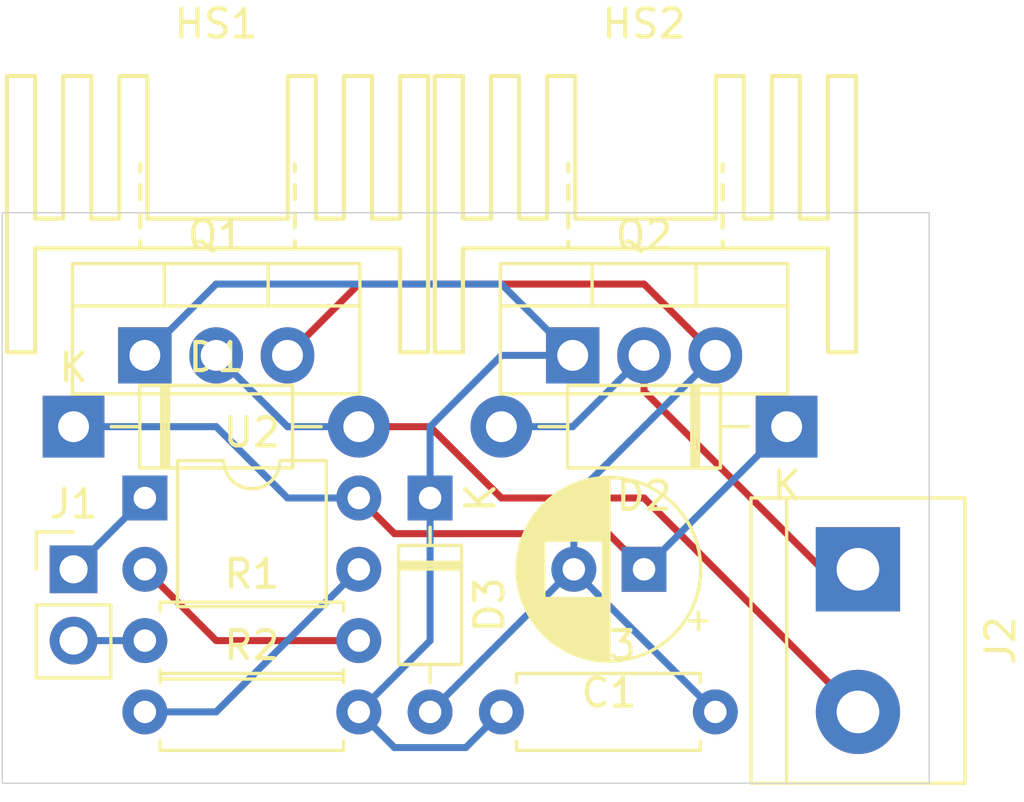
<source format=kicad_pcb>
(kicad_pcb (version 20171130) (host pcbnew "(5.1.4)-1")

  (general
    (thickness 1.6)
    (drawings 4)
    (tracks 44)
    (zones 0)
    (modules 14)
    (nets 10)
  )

  (page A4)
  (layers
    (0 F.Cu signal)
    (31 B.Cu signal)
    (32 B.Adhes user)
    (33 F.Adhes user)
    (34 B.Paste user)
    (35 F.Paste user)
    (36 B.SilkS user)
    (37 F.SilkS user)
    (38 B.Mask user)
    (39 F.Mask user)
    (40 Dwgs.User user)
    (41 Cmts.User user)
    (42 Eco1.User user)
    (43 Eco2.User user)
    (44 Edge.Cuts user)
    (45 Margin user)
    (46 B.CrtYd user)
    (47 F.CrtYd user)
    (48 B.Fab user)
    (49 F.Fab user)
  )

  (setup
    (last_trace_width 0.25)
    (trace_clearance 0.2)
    (zone_clearance 0.508)
    (zone_45_only no)
    (trace_min 0.2)
    (via_size 0.8)
    (via_drill 0.4)
    (via_min_size 0.4)
    (via_min_drill 0.3)
    (uvia_size 0.3)
    (uvia_drill 0.1)
    (uvias_allowed no)
    (uvia_min_size 0.2)
    (uvia_min_drill 0.1)
    (edge_width 0.05)
    (segment_width 0.2)
    (pcb_text_width 0.3)
    (pcb_text_size 1.5 1.5)
    (mod_edge_width 0.12)
    (mod_text_size 1 1)
    (mod_text_width 0.15)
    (pad_size 1.524 1.524)
    (pad_drill 0.762)
    (pad_to_mask_clearance 0.051)
    (solder_mask_min_width 0.25)
    (aux_axis_origin 0 0)
    (visible_elements 7FFFFFFF)
    (pcbplotparams
      (layerselection 0x010fc_ffffffff)
      (usegerberextensions false)
      (usegerberattributes false)
      (usegerberadvancedattributes false)
      (creategerberjobfile false)
      (excludeedgelayer true)
      (linewidth 0.100000)
      (plotframeref false)
      (viasonmask false)
      (mode 1)
      (useauxorigin false)
      (hpglpennumber 1)
      (hpglpenspeed 20)
      (hpglpendiameter 15.000000)
      (psnegative false)
      (psa4output false)
      (plotreference true)
      (plotvalue true)
      (plotinvisibletext false)
      (padsonsilk false)
      (subtractmaskfromsilk false)
      (outputformat 1)
      (mirror false)
      (drillshape 1)
      (scaleselection 1)
      (outputdirectory ""))
  )

  (net 0 "")
  (net 1 "Net-(R1-Pad2)")
  (net 2 "Net-(C1-Pad2)")
  (net 3 "Net-(C1-Pad1)")
  (net 4 /Output1)
  (net 5 /Output2)
  (net 6 "Net-(D3-Pad1)")
  (net 7 /Input-)
  (net 8 /Input+)
  (net 9 "Net-(R2-Pad1)")

  (net_class Default "This is the default net class."
    (clearance 0.2)
    (trace_width 0.25)
    (via_dia 0.8)
    (via_drill 0.4)
    (uvia_dia 0.3)
    (uvia_drill 0.1)
    (add_net /Input+)
    (add_net /Input-)
    (add_net /Output1)
    (add_net /Output2)
    (add_net "Net-(C1-Pad1)")
    (add_net "Net-(C1-Pad2)")
    (add_net "Net-(D3-Pad1)")
    (add_net "Net-(R1-Pad2)")
    (add_net "Net-(R2-Pad1)")
  )

  (module Capacitor_THT:CP_Radial_D6.3mm_P2.50mm (layer F.Cu) (tedit 5AE50EF0) (tstamp 5F2A5D9F)
    (at 81.28 55.88 180)
    (descr "CP, Radial series, Radial, pin pitch=2.50mm, , diameter=6.3mm, Electrolytic Capacitor")
    (tags "CP Radial series Radial pin pitch 2.50mm  diameter 6.3mm Electrolytic Capacitor")
    (path /5F54C315)
    (fp_text reference C1 (at 1.25 -4.4) (layer F.SilkS)
      (effects (font (size 1 1) (thickness 0.15)))
    )
    (fp_text value 100uF (at 1.25 4.4) (layer F.Fab)
      (effects (font (size 1 1) (thickness 0.15)))
    )
    (fp_text user %R (at 1.25 0) (layer F.Fab)
      (effects (font (size 1 1) (thickness 0.15)))
    )
    (fp_line (start -1.935241 -2.154) (end -1.935241 -1.524) (layer F.SilkS) (width 0.12))
    (fp_line (start -2.250241 -1.839) (end -1.620241 -1.839) (layer F.SilkS) (width 0.12))
    (fp_line (start 4.491 -0.402) (end 4.491 0.402) (layer F.SilkS) (width 0.12))
    (fp_line (start 4.451 -0.633) (end 4.451 0.633) (layer F.SilkS) (width 0.12))
    (fp_line (start 4.411 -0.802) (end 4.411 0.802) (layer F.SilkS) (width 0.12))
    (fp_line (start 4.371 -0.94) (end 4.371 0.94) (layer F.SilkS) (width 0.12))
    (fp_line (start 4.331 -1.059) (end 4.331 1.059) (layer F.SilkS) (width 0.12))
    (fp_line (start 4.291 -1.165) (end 4.291 1.165) (layer F.SilkS) (width 0.12))
    (fp_line (start 4.251 -1.262) (end 4.251 1.262) (layer F.SilkS) (width 0.12))
    (fp_line (start 4.211 -1.35) (end 4.211 1.35) (layer F.SilkS) (width 0.12))
    (fp_line (start 4.171 -1.432) (end 4.171 1.432) (layer F.SilkS) (width 0.12))
    (fp_line (start 4.131 -1.509) (end 4.131 1.509) (layer F.SilkS) (width 0.12))
    (fp_line (start 4.091 -1.581) (end 4.091 1.581) (layer F.SilkS) (width 0.12))
    (fp_line (start 4.051 -1.65) (end 4.051 1.65) (layer F.SilkS) (width 0.12))
    (fp_line (start 4.011 -1.714) (end 4.011 1.714) (layer F.SilkS) (width 0.12))
    (fp_line (start 3.971 -1.776) (end 3.971 1.776) (layer F.SilkS) (width 0.12))
    (fp_line (start 3.931 -1.834) (end 3.931 1.834) (layer F.SilkS) (width 0.12))
    (fp_line (start 3.891 -1.89) (end 3.891 1.89) (layer F.SilkS) (width 0.12))
    (fp_line (start 3.851 -1.944) (end 3.851 1.944) (layer F.SilkS) (width 0.12))
    (fp_line (start 3.811 -1.995) (end 3.811 1.995) (layer F.SilkS) (width 0.12))
    (fp_line (start 3.771 -2.044) (end 3.771 2.044) (layer F.SilkS) (width 0.12))
    (fp_line (start 3.731 -2.092) (end 3.731 2.092) (layer F.SilkS) (width 0.12))
    (fp_line (start 3.691 -2.137) (end 3.691 2.137) (layer F.SilkS) (width 0.12))
    (fp_line (start 3.651 -2.182) (end 3.651 2.182) (layer F.SilkS) (width 0.12))
    (fp_line (start 3.611 -2.224) (end 3.611 2.224) (layer F.SilkS) (width 0.12))
    (fp_line (start 3.571 -2.265) (end 3.571 2.265) (layer F.SilkS) (width 0.12))
    (fp_line (start 3.531 1.04) (end 3.531 2.305) (layer F.SilkS) (width 0.12))
    (fp_line (start 3.531 -2.305) (end 3.531 -1.04) (layer F.SilkS) (width 0.12))
    (fp_line (start 3.491 1.04) (end 3.491 2.343) (layer F.SilkS) (width 0.12))
    (fp_line (start 3.491 -2.343) (end 3.491 -1.04) (layer F.SilkS) (width 0.12))
    (fp_line (start 3.451 1.04) (end 3.451 2.38) (layer F.SilkS) (width 0.12))
    (fp_line (start 3.451 -2.38) (end 3.451 -1.04) (layer F.SilkS) (width 0.12))
    (fp_line (start 3.411 1.04) (end 3.411 2.416) (layer F.SilkS) (width 0.12))
    (fp_line (start 3.411 -2.416) (end 3.411 -1.04) (layer F.SilkS) (width 0.12))
    (fp_line (start 3.371 1.04) (end 3.371 2.45) (layer F.SilkS) (width 0.12))
    (fp_line (start 3.371 -2.45) (end 3.371 -1.04) (layer F.SilkS) (width 0.12))
    (fp_line (start 3.331 1.04) (end 3.331 2.484) (layer F.SilkS) (width 0.12))
    (fp_line (start 3.331 -2.484) (end 3.331 -1.04) (layer F.SilkS) (width 0.12))
    (fp_line (start 3.291 1.04) (end 3.291 2.516) (layer F.SilkS) (width 0.12))
    (fp_line (start 3.291 -2.516) (end 3.291 -1.04) (layer F.SilkS) (width 0.12))
    (fp_line (start 3.251 1.04) (end 3.251 2.548) (layer F.SilkS) (width 0.12))
    (fp_line (start 3.251 -2.548) (end 3.251 -1.04) (layer F.SilkS) (width 0.12))
    (fp_line (start 3.211 1.04) (end 3.211 2.578) (layer F.SilkS) (width 0.12))
    (fp_line (start 3.211 -2.578) (end 3.211 -1.04) (layer F.SilkS) (width 0.12))
    (fp_line (start 3.171 1.04) (end 3.171 2.607) (layer F.SilkS) (width 0.12))
    (fp_line (start 3.171 -2.607) (end 3.171 -1.04) (layer F.SilkS) (width 0.12))
    (fp_line (start 3.131 1.04) (end 3.131 2.636) (layer F.SilkS) (width 0.12))
    (fp_line (start 3.131 -2.636) (end 3.131 -1.04) (layer F.SilkS) (width 0.12))
    (fp_line (start 3.091 1.04) (end 3.091 2.664) (layer F.SilkS) (width 0.12))
    (fp_line (start 3.091 -2.664) (end 3.091 -1.04) (layer F.SilkS) (width 0.12))
    (fp_line (start 3.051 1.04) (end 3.051 2.69) (layer F.SilkS) (width 0.12))
    (fp_line (start 3.051 -2.69) (end 3.051 -1.04) (layer F.SilkS) (width 0.12))
    (fp_line (start 3.011 1.04) (end 3.011 2.716) (layer F.SilkS) (width 0.12))
    (fp_line (start 3.011 -2.716) (end 3.011 -1.04) (layer F.SilkS) (width 0.12))
    (fp_line (start 2.971 1.04) (end 2.971 2.742) (layer F.SilkS) (width 0.12))
    (fp_line (start 2.971 -2.742) (end 2.971 -1.04) (layer F.SilkS) (width 0.12))
    (fp_line (start 2.931 1.04) (end 2.931 2.766) (layer F.SilkS) (width 0.12))
    (fp_line (start 2.931 -2.766) (end 2.931 -1.04) (layer F.SilkS) (width 0.12))
    (fp_line (start 2.891 1.04) (end 2.891 2.79) (layer F.SilkS) (width 0.12))
    (fp_line (start 2.891 -2.79) (end 2.891 -1.04) (layer F.SilkS) (width 0.12))
    (fp_line (start 2.851 1.04) (end 2.851 2.812) (layer F.SilkS) (width 0.12))
    (fp_line (start 2.851 -2.812) (end 2.851 -1.04) (layer F.SilkS) (width 0.12))
    (fp_line (start 2.811 1.04) (end 2.811 2.834) (layer F.SilkS) (width 0.12))
    (fp_line (start 2.811 -2.834) (end 2.811 -1.04) (layer F.SilkS) (width 0.12))
    (fp_line (start 2.771 1.04) (end 2.771 2.856) (layer F.SilkS) (width 0.12))
    (fp_line (start 2.771 -2.856) (end 2.771 -1.04) (layer F.SilkS) (width 0.12))
    (fp_line (start 2.731 1.04) (end 2.731 2.876) (layer F.SilkS) (width 0.12))
    (fp_line (start 2.731 -2.876) (end 2.731 -1.04) (layer F.SilkS) (width 0.12))
    (fp_line (start 2.691 1.04) (end 2.691 2.896) (layer F.SilkS) (width 0.12))
    (fp_line (start 2.691 -2.896) (end 2.691 -1.04) (layer F.SilkS) (width 0.12))
    (fp_line (start 2.651 1.04) (end 2.651 2.916) (layer F.SilkS) (width 0.12))
    (fp_line (start 2.651 -2.916) (end 2.651 -1.04) (layer F.SilkS) (width 0.12))
    (fp_line (start 2.611 1.04) (end 2.611 2.934) (layer F.SilkS) (width 0.12))
    (fp_line (start 2.611 -2.934) (end 2.611 -1.04) (layer F.SilkS) (width 0.12))
    (fp_line (start 2.571 1.04) (end 2.571 2.952) (layer F.SilkS) (width 0.12))
    (fp_line (start 2.571 -2.952) (end 2.571 -1.04) (layer F.SilkS) (width 0.12))
    (fp_line (start 2.531 1.04) (end 2.531 2.97) (layer F.SilkS) (width 0.12))
    (fp_line (start 2.531 -2.97) (end 2.531 -1.04) (layer F.SilkS) (width 0.12))
    (fp_line (start 2.491 1.04) (end 2.491 2.986) (layer F.SilkS) (width 0.12))
    (fp_line (start 2.491 -2.986) (end 2.491 -1.04) (layer F.SilkS) (width 0.12))
    (fp_line (start 2.451 1.04) (end 2.451 3.002) (layer F.SilkS) (width 0.12))
    (fp_line (start 2.451 -3.002) (end 2.451 -1.04) (layer F.SilkS) (width 0.12))
    (fp_line (start 2.411 1.04) (end 2.411 3.018) (layer F.SilkS) (width 0.12))
    (fp_line (start 2.411 -3.018) (end 2.411 -1.04) (layer F.SilkS) (width 0.12))
    (fp_line (start 2.371 1.04) (end 2.371 3.033) (layer F.SilkS) (width 0.12))
    (fp_line (start 2.371 -3.033) (end 2.371 -1.04) (layer F.SilkS) (width 0.12))
    (fp_line (start 2.331 1.04) (end 2.331 3.047) (layer F.SilkS) (width 0.12))
    (fp_line (start 2.331 -3.047) (end 2.331 -1.04) (layer F.SilkS) (width 0.12))
    (fp_line (start 2.291 1.04) (end 2.291 3.061) (layer F.SilkS) (width 0.12))
    (fp_line (start 2.291 -3.061) (end 2.291 -1.04) (layer F.SilkS) (width 0.12))
    (fp_line (start 2.251 1.04) (end 2.251 3.074) (layer F.SilkS) (width 0.12))
    (fp_line (start 2.251 -3.074) (end 2.251 -1.04) (layer F.SilkS) (width 0.12))
    (fp_line (start 2.211 1.04) (end 2.211 3.086) (layer F.SilkS) (width 0.12))
    (fp_line (start 2.211 -3.086) (end 2.211 -1.04) (layer F.SilkS) (width 0.12))
    (fp_line (start 2.171 1.04) (end 2.171 3.098) (layer F.SilkS) (width 0.12))
    (fp_line (start 2.171 -3.098) (end 2.171 -1.04) (layer F.SilkS) (width 0.12))
    (fp_line (start 2.131 1.04) (end 2.131 3.11) (layer F.SilkS) (width 0.12))
    (fp_line (start 2.131 -3.11) (end 2.131 -1.04) (layer F.SilkS) (width 0.12))
    (fp_line (start 2.091 1.04) (end 2.091 3.121) (layer F.SilkS) (width 0.12))
    (fp_line (start 2.091 -3.121) (end 2.091 -1.04) (layer F.SilkS) (width 0.12))
    (fp_line (start 2.051 1.04) (end 2.051 3.131) (layer F.SilkS) (width 0.12))
    (fp_line (start 2.051 -3.131) (end 2.051 -1.04) (layer F.SilkS) (width 0.12))
    (fp_line (start 2.011 1.04) (end 2.011 3.141) (layer F.SilkS) (width 0.12))
    (fp_line (start 2.011 -3.141) (end 2.011 -1.04) (layer F.SilkS) (width 0.12))
    (fp_line (start 1.971 1.04) (end 1.971 3.15) (layer F.SilkS) (width 0.12))
    (fp_line (start 1.971 -3.15) (end 1.971 -1.04) (layer F.SilkS) (width 0.12))
    (fp_line (start 1.93 1.04) (end 1.93 3.159) (layer F.SilkS) (width 0.12))
    (fp_line (start 1.93 -3.159) (end 1.93 -1.04) (layer F.SilkS) (width 0.12))
    (fp_line (start 1.89 1.04) (end 1.89 3.167) (layer F.SilkS) (width 0.12))
    (fp_line (start 1.89 -3.167) (end 1.89 -1.04) (layer F.SilkS) (width 0.12))
    (fp_line (start 1.85 1.04) (end 1.85 3.175) (layer F.SilkS) (width 0.12))
    (fp_line (start 1.85 -3.175) (end 1.85 -1.04) (layer F.SilkS) (width 0.12))
    (fp_line (start 1.81 1.04) (end 1.81 3.182) (layer F.SilkS) (width 0.12))
    (fp_line (start 1.81 -3.182) (end 1.81 -1.04) (layer F.SilkS) (width 0.12))
    (fp_line (start 1.77 1.04) (end 1.77 3.189) (layer F.SilkS) (width 0.12))
    (fp_line (start 1.77 -3.189) (end 1.77 -1.04) (layer F.SilkS) (width 0.12))
    (fp_line (start 1.73 1.04) (end 1.73 3.195) (layer F.SilkS) (width 0.12))
    (fp_line (start 1.73 -3.195) (end 1.73 -1.04) (layer F.SilkS) (width 0.12))
    (fp_line (start 1.69 1.04) (end 1.69 3.201) (layer F.SilkS) (width 0.12))
    (fp_line (start 1.69 -3.201) (end 1.69 -1.04) (layer F.SilkS) (width 0.12))
    (fp_line (start 1.65 1.04) (end 1.65 3.206) (layer F.SilkS) (width 0.12))
    (fp_line (start 1.65 -3.206) (end 1.65 -1.04) (layer F.SilkS) (width 0.12))
    (fp_line (start 1.61 1.04) (end 1.61 3.211) (layer F.SilkS) (width 0.12))
    (fp_line (start 1.61 -3.211) (end 1.61 -1.04) (layer F.SilkS) (width 0.12))
    (fp_line (start 1.57 1.04) (end 1.57 3.215) (layer F.SilkS) (width 0.12))
    (fp_line (start 1.57 -3.215) (end 1.57 -1.04) (layer F.SilkS) (width 0.12))
    (fp_line (start 1.53 1.04) (end 1.53 3.218) (layer F.SilkS) (width 0.12))
    (fp_line (start 1.53 -3.218) (end 1.53 -1.04) (layer F.SilkS) (width 0.12))
    (fp_line (start 1.49 1.04) (end 1.49 3.222) (layer F.SilkS) (width 0.12))
    (fp_line (start 1.49 -3.222) (end 1.49 -1.04) (layer F.SilkS) (width 0.12))
    (fp_line (start 1.45 -3.224) (end 1.45 3.224) (layer F.SilkS) (width 0.12))
    (fp_line (start 1.41 -3.227) (end 1.41 3.227) (layer F.SilkS) (width 0.12))
    (fp_line (start 1.37 -3.228) (end 1.37 3.228) (layer F.SilkS) (width 0.12))
    (fp_line (start 1.33 -3.23) (end 1.33 3.23) (layer F.SilkS) (width 0.12))
    (fp_line (start 1.29 -3.23) (end 1.29 3.23) (layer F.SilkS) (width 0.12))
    (fp_line (start 1.25 -3.23) (end 1.25 3.23) (layer F.SilkS) (width 0.12))
    (fp_line (start -1.128972 -1.6885) (end -1.128972 -1.0585) (layer F.Fab) (width 0.1))
    (fp_line (start -1.443972 -1.3735) (end -0.813972 -1.3735) (layer F.Fab) (width 0.1))
    (fp_circle (center 1.25 0) (end 4.65 0) (layer F.CrtYd) (width 0.05))
    (fp_circle (center 1.25 0) (end 4.52 0) (layer F.SilkS) (width 0.12))
    (fp_circle (center 1.25 0) (end 4.4 0) (layer F.Fab) (width 0.1))
    (pad 2 thru_hole circle (at 2.5 0 180) (size 1.6 1.6) (drill 0.8) (layers *.Cu *.Mask)
      (net 2 "Net-(C1-Pad2)"))
    (pad 1 thru_hole rect (at 0 0 180) (size 1.6 1.6) (drill 0.8) (layers *.Cu *.Mask)
      (net 3 "Net-(C1-Pad1)"))
    (model ${KISYS3DMOD}/Capacitor_THT.3dshapes/CP_Radial_D6.3mm_P2.50mm.wrl
      (at (xyz 0 0 0))
      (scale (xyz 1 1 1))
      (rotate (xyz 0 0 0))
    )
  )

  (module Diode_THT:D_DO-35_SOD27_P7.62mm_Horizontal (layer F.Cu) (tedit 5AE50CD5) (tstamp 5F2A21D6)
    (at 73.66 53.34 270)
    (descr "Diode, DO-35_SOD27 series, Axial, Horizontal, pin pitch=7.62mm, , length*diameter=4*2mm^2, , http://www.diodes.com/_files/packages/DO-35.pdf")
    (tags "Diode DO-35_SOD27 series Axial Horizontal pin pitch 7.62mm  length 4mm diameter 2mm")
    (path /5F58182A)
    (fp_text reference D3 (at 3.81 -2.12 90) (layer F.SilkS)
      (effects (font (size 1 1) (thickness 0.15)))
    )
    (fp_text value 1N5242B (at 3.81 2.12 90) (layer F.Fab)
      (effects (font (size 1 1) (thickness 0.15)))
    )
    (fp_text user K (at 0 -1.8 90) (layer F.SilkS)
      (effects (font (size 1 1) (thickness 0.15)))
    )
    (fp_text user K (at 0 -1.8 90) (layer F.Fab)
      (effects (font (size 1 1) (thickness 0.15)))
    )
    (fp_text user %R (at 4.11 0 90) (layer F.Fab)
      (effects (font (size 0.8 0.8) (thickness 0.12)))
    )
    (fp_line (start 8.67 -1.25) (end -1.05 -1.25) (layer F.CrtYd) (width 0.05))
    (fp_line (start 8.67 1.25) (end 8.67 -1.25) (layer F.CrtYd) (width 0.05))
    (fp_line (start -1.05 1.25) (end 8.67 1.25) (layer F.CrtYd) (width 0.05))
    (fp_line (start -1.05 -1.25) (end -1.05 1.25) (layer F.CrtYd) (width 0.05))
    (fp_line (start 2.29 -1.12) (end 2.29 1.12) (layer F.SilkS) (width 0.12))
    (fp_line (start 2.53 -1.12) (end 2.53 1.12) (layer F.SilkS) (width 0.12))
    (fp_line (start 2.41 -1.12) (end 2.41 1.12) (layer F.SilkS) (width 0.12))
    (fp_line (start 6.58 0) (end 5.93 0) (layer F.SilkS) (width 0.12))
    (fp_line (start 1.04 0) (end 1.69 0) (layer F.SilkS) (width 0.12))
    (fp_line (start 5.93 -1.12) (end 1.69 -1.12) (layer F.SilkS) (width 0.12))
    (fp_line (start 5.93 1.12) (end 5.93 -1.12) (layer F.SilkS) (width 0.12))
    (fp_line (start 1.69 1.12) (end 5.93 1.12) (layer F.SilkS) (width 0.12))
    (fp_line (start 1.69 -1.12) (end 1.69 1.12) (layer F.SilkS) (width 0.12))
    (fp_line (start 2.31 -1) (end 2.31 1) (layer F.Fab) (width 0.1))
    (fp_line (start 2.51 -1) (end 2.51 1) (layer F.Fab) (width 0.1))
    (fp_line (start 2.41 -1) (end 2.41 1) (layer F.Fab) (width 0.1))
    (fp_line (start 7.62 0) (end 5.81 0) (layer F.Fab) (width 0.1))
    (fp_line (start 0 0) (end 1.81 0) (layer F.Fab) (width 0.1))
    (fp_line (start 5.81 -1) (end 1.81 -1) (layer F.Fab) (width 0.1))
    (fp_line (start 5.81 1) (end 5.81 -1) (layer F.Fab) (width 0.1))
    (fp_line (start 1.81 1) (end 5.81 1) (layer F.Fab) (width 0.1))
    (fp_line (start 1.81 -1) (end 1.81 1) (layer F.Fab) (width 0.1))
    (pad 2 thru_hole oval (at 7.62 0 270) (size 1.6 1.6) (drill 0.8) (layers *.Cu *.Mask)
      (net 2 "Net-(C1-Pad2)"))
    (pad 1 thru_hole rect (at 0 0 270) (size 1.6 1.6) (drill 0.8) (layers *.Cu *.Mask)
      (net 6 "Net-(D3-Pad1)"))
    (model ${KISYS3DMOD}/Diode_THT.3dshapes/D_DO-35_SOD27_P7.62mm_Horizontal.wrl
      (at (xyz 0 0 0))
      (scale (xyz 1 1 1))
      (rotate (xyz 0 0 0))
    )
  )

  (module Package_DIP:DIP-4_W7.62mm (layer F.Cu) (tedit 5A02E8C5) (tstamp 5F2A231C)
    (at 63.5 53.34)
    (descr "4-lead though-hole mounted DIP package, row spacing 7.62 mm (300 mils)")
    (tags "THT DIP DIL PDIP 2.54mm 7.62mm 300mil")
    (path /5E1D4E24)
    (fp_text reference U2 (at 3.81 -2.33) (layer F.SilkS)
      (effects (font (size 1 1) (thickness 0.15)))
    )
    (fp_text value PC817 (at 3.81 4.87) (layer F.Fab)
      (effects (font (size 1 1) (thickness 0.15)))
    )
    (fp_text user %R (at 3.81 1.27) (layer F.Fab)
      (effects (font (size 1 1) (thickness 0.15)))
    )
    (fp_line (start 8.7 -1.55) (end -1.1 -1.55) (layer F.CrtYd) (width 0.05))
    (fp_line (start 8.7 4.1) (end 8.7 -1.55) (layer F.CrtYd) (width 0.05))
    (fp_line (start -1.1 4.1) (end 8.7 4.1) (layer F.CrtYd) (width 0.05))
    (fp_line (start -1.1 -1.55) (end -1.1 4.1) (layer F.CrtYd) (width 0.05))
    (fp_line (start 6.46 -1.33) (end 4.81 -1.33) (layer F.SilkS) (width 0.12))
    (fp_line (start 6.46 3.87) (end 6.46 -1.33) (layer F.SilkS) (width 0.12))
    (fp_line (start 1.16 3.87) (end 6.46 3.87) (layer F.SilkS) (width 0.12))
    (fp_line (start 1.16 -1.33) (end 1.16 3.87) (layer F.SilkS) (width 0.12))
    (fp_line (start 2.81 -1.33) (end 1.16 -1.33) (layer F.SilkS) (width 0.12))
    (fp_line (start 0.635 -0.27) (end 1.635 -1.27) (layer F.Fab) (width 0.1))
    (fp_line (start 0.635 3.81) (end 0.635 -0.27) (layer F.Fab) (width 0.1))
    (fp_line (start 6.985 3.81) (end 0.635 3.81) (layer F.Fab) (width 0.1))
    (fp_line (start 6.985 -1.27) (end 6.985 3.81) (layer F.Fab) (width 0.1))
    (fp_line (start 1.635 -1.27) (end 6.985 -1.27) (layer F.Fab) (width 0.1))
    (fp_arc (start 3.81 -1.33) (end 2.81 -1.33) (angle -180) (layer F.SilkS) (width 0.12))
    (pad 4 thru_hole oval (at 7.62 0) (size 1.6 1.6) (drill 0.8) (layers *.Cu *.Mask)
      (net 3 "Net-(C1-Pad1)"))
    (pad 2 thru_hole oval (at 0 2.54) (size 1.6 1.6) (drill 0.8) (layers *.Cu *.Mask)
      (net 1 "Net-(R1-Pad2)"))
    (pad 3 thru_hole oval (at 7.62 2.54) (size 1.6 1.6) (drill 0.8) (layers *.Cu *.Mask)
      (net 9 "Net-(R2-Pad1)"))
    (pad 1 thru_hole rect (at 0 0) (size 1.6 1.6) (drill 0.8) (layers *.Cu *.Mask)
      (net 8 /Input+))
    (model ${KISYS3DMOD}/Package_DIP.3dshapes/DIP-4_W7.62mm.wrl
      (at (xyz 0 0 0))
      (scale (xyz 1 1 1))
      (rotate (xyz 0 0 0))
    )
  )

  (module Resistor_THT:R_Axial_DIN0207_L6.3mm_D2.5mm_P7.62mm_Horizontal (layer F.Cu) (tedit 5AE5139B) (tstamp 5F2A2304)
    (at 76.2 60.96)
    (descr "Resistor, Axial_DIN0207 series, Axial, Horizontal, pin pitch=7.62mm, 0.25W = 1/4W, length*diameter=6.3*2.5mm^2, http://cdn-reichelt.de/documents/datenblatt/B400/1_4W%23YAG.pdf")
    (tags "Resistor Axial_DIN0207 series Axial Horizontal pin pitch 7.62mm 0.25W = 1/4W length 6.3mm diameter 2.5mm")
    (path /5E23BD53)
    (fp_text reference R3 (at 3.81 -2.37) (layer F.SilkS)
      (effects (font (size 1 1) (thickness 0.15)))
    )
    (fp_text value 10K (at 3.81 2.37) (layer F.Fab)
      (effects (font (size 1 1) (thickness 0.15)))
    )
    (fp_text user %R (at 3.81 0) (layer F.Fab)
      (effects (font (size 1 1) (thickness 0.15)))
    )
    (fp_line (start 8.67 -1.5) (end -1.05 -1.5) (layer F.CrtYd) (width 0.05))
    (fp_line (start 8.67 1.5) (end 8.67 -1.5) (layer F.CrtYd) (width 0.05))
    (fp_line (start -1.05 1.5) (end 8.67 1.5) (layer F.CrtYd) (width 0.05))
    (fp_line (start -1.05 -1.5) (end -1.05 1.5) (layer F.CrtYd) (width 0.05))
    (fp_line (start 7.08 1.37) (end 7.08 1.04) (layer F.SilkS) (width 0.12))
    (fp_line (start 0.54 1.37) (end 7.08 1.37) (layer F.SilkS) (width 0.12))
    (fp_line (start 0.54 1.04) (end 0.54 1.37) (layer F.SilkS) (width 0.12))
    (fp_line (start 7.08 -1.37) (end 7.08 -1.04) (layer F.SilkS) (width 0.12))
    (fp_line (start 0.54 -1.37) (end 7.08 -1.37) (layer F.SilkS) (width 0.12))
    (fp_line (start 0.54 -1.04) (end 0.54 -1.37) (layer F.SilkS) (width 0.12))
    (fp_line (start 7.62 0) (end 6.96 0) (layer F.Fab) (width 0.1))
    (fp_line (start 0 0) (end 0.66 0) (layer F.Fab) (width 0.1))
    (fp_line (start 6.96 -1.25) (end 0.66 -1.25) (layer F.Fab) (width 0.1))
    (fp_line (start 6.96 1.25) (end 6.96 -1.25) (layer F.Fab) (width 0.1))
    (fp_line (start 0.66 1.25) (end 6.96 1.25) (layer F.Fab) (width 0.1))
    (fp_line (start 0.66 -1.25) (end 0.66 1.25) (layer F.Fab) (width 0.1))
    (pad 2 thru_hole oval (at 7.62 0) (size 1.6 1.6) (drill 0.8) (layers *.Cu *.Mask)
      (net 2 "Net-(C1-Pad2)"))
    (pad 1 thru_hole circle (at 0 0) (size 1.6 1.6) (drill 0.8) (layers *.Cu *.Mask)
      (net 6 "Net-(D3-Pad1)"))
    (model ${KISYS3DMOD}/Resistor_THT.3dshapes/R_Axial_DIN0207_L6.3mm_D2.5mm_P7.62mm_Horizontal.wrl
      (at (xyz 0 0 0))
      (scale (xyz 1 1 1))
      (rotate (xyz 0 0 0))
    )
  )

  (module Resistor_THT:R_Axial_DIN0207_L6.3mm_D2.5mm_P7.62mm_Horizontal (layer F.Cu) (tedit 5AE5139B) (tstamp 5F2A22ED)
    (at 63.5 60.96)
    (descr "Resistor, Axial_DIN0207 series, Axial, Horizontal, pin pitch=7.62mm, 0.25W = 1/4W, length*diameter=6.3*2.5mm^2, http://cdn-reichelt.de/documents/datenblatt/B400/1_4W%23YAG.pdf")
    (tags "Resistor Axial_DIN0207 series Axial Horizontal pin pitch 7.62mm 0.25W = 1/4W length 6.3mm diameter 2.5mm")
    (path /5F4C3498)
    (fp_text reference R2 (at 3.81 -2.37) (layer F.SilkS)
      (effects (font (size 1 1) (thickness 0.15)))
    )
    (fp_text value 10K (at 3.81 2.37) (layer F.Fab)
      (effects (font (size 1 1) (thickness 0.15)))
    )
    (fp_text user %R (at 3.81 0) (layer F.Fab)
      (effects (font (size 1 1) (thickness 0.15)))
    )
    (fp_line (start 8.67 -1.5) (end -1.05 -1.5) (layer F.CrtYd) (width 0.05))
    (fp_line (start 8.67 1.5) (end 8.67 -1.5) (layer F.CrtYd) (width 0.05))
    (fp_line (start -1.05 1.5) (end 8.67 1.5) (layer F.CrtYd) (width 0.05))
    (fp_line (start -1.05 -1.5) (end -1.05 1.5) (layer F.CrtYd) (width 0.05))
    (fp_line (start 7.08 1.37) (end 7.08 1.04) (layer F.SilkS) (width 0.12))
    (fp_line (start 0.54 1.37) (end 7.08 1.37) (layer F.SilkS) (width 0.12))
    (fp_line (start 0.54 1.04) (end 0.54 1.37) (layer F.SilkS) (width 0.12))
    (fp_line (start 7.08 -1.37) (end 7.08 -1.04) (layer F.SilkS) (width 0.12))
    (fp_line (start 0.54 -1.37) (end 7.08 -1.37) (layer F.SilkS) (width 0.12))
    (fp_line (start 0.54 -1.04) (end 0.54 -1.37) (layer F.SilkS) (width 0.12))
    (fp_line (start 7.62 0) (end 6.96 0) (layer F.Fab) (width 0.1))
    (fp_line (start 0 0) (end 0.66 0) (layer F.Fab) (width 0.1))
    (fp_line (start 6.96 -1.25) (end 0.66 -1.25) (layer F.Fab) (width 0.1))
    (fp_line (start 6.96 1.25) (end 6.96 -1.25) (layer F.Fab) (width 0.1))
    (fp_line (start 0.66 1.25) (end 6.96 1.25) (layer F.Fab) (width 0.1))
    (fp_line (start 0.66 -1.25) (end 0.66 1.25) (layer F.Fab) (width 0.1))
    (pad 2 thru_hole oval (at 7.62 0) (size 1.6 1.6) (drill 0.8) (layers *.Cu *.Mask)
      (net 6 "Net-(D3-Pad1)"))
    (pad 1 thru_hole circle (at 0 0) (size 1.6 1.6) (drill 0.8) (layers *.Cu *.Mask)
      (net 9 "Net-(R2-Pad1)"))
    (model ${KISYS3DMOD}/Resistor_THT.3dshapes/R_Axial_DIN0207_L6.3mm_D2.5mm_P7.62mm_Horizontal.wrl
      (at (xyz 0 0 0))
      (scale (xyz 1 1 1))
      (rotate (xyz 0 0 0))
    )
  )

  (module Resistor_THT:R_Axial_DIN0207_L6.3mm_D2.5mm_P7.62mm_Horizontal (layer F.Cu) (tedit 5AE5139B) (tstamp 5F2A22D6)
    (at 63.5 58.42)
    (descr "Resistor, Axial_DIN0207 series, Axial, Horizontal, pin pitch=7.62mm, 0.25W = 1/4W, length*diameter=6.3*2.5mm^2, http://cdn-reichelt.de/documents/datenblatt/B400/1_4W%23YAG.pdf")
    (tags "Resistor Axial_DIN0207 series Axial Horizontal pin pitch 7.62mm 0.25W = 1/4W length 6.3mm diameter 2.5mm")
    (path /5E0DC36B)
    (fp_text reference R1 (at 3.81 -2.37) (layer F.SilkS)
      (effects (font (size 1 1) (thickness 0.15)))
    )
    (fp_text value 1K (at 3.81 2.37) (layer F.Fab)
      (effects (font (size 1 1) (thickness 0.15)))
    )
    (fp_text user %R (at 3.81 0) (layer F.Fab)
      (effects (font (size 1 1) (thickness 0.15)))
    )
    (fp_line (start 8.67 -1.5) (end -1.05 -1.5) (layer F.CrtYd) (width 0.05))
    (fp_line (start 8.67 1.5) (end 8.67 -1.5) (layer F.CrtYd) (width 0.05))
    (fp_line (start -1.05 1.5) (end 8.67 1.5) (layer F.CrtYd) (width 0.05))
    (fp_line (start -1.05 -1.5) (end -1.05 1.5) (layer F.CrtYd) (width 0.05))
    (fp_line (start 7.08 1.37) (end 7.08 1.04) (layer F.SilkS) (width 0.12))
    (fp_line (start 0.54 1.37) (end 7.08 1.37) (layer F.SilkS) (width 0.12))
    (fp_line (start 0.54 1.04) (end 0.54 1.37) (layer F.SilkS) (width 0.12))
    (fp_line (start 7.08 -1.37) (end 7.08 -1.04) (layer F.SilkS) (width 0.12))
    (fp_line (start 0.54 -1.37) (end 7.08 -1.37) (layer F.SilkS) (width 0.12))
    (fp_line (start 0.54 -1.04) (end 0.54 -1.37) (layer F.SilkS) (width 0.12))
    (fp_line (start 7.62 0) (end 6.96 0) (layer F.Fab) (width 0.1))
    (fp_line (start 0 0) (end 0.66 0) (layer F.Fab) (width 0.1))
    (fp_line (start 6.96 -1.25) (end 0.66 -1.25) (layer F.Fab) (width 0.1))
    (fp_line (start 6.96 1.25) (end 6.96 -1.25) (layer F.Fab) (width 0.1))
    (fp_line (start 0.66 1.25) (end 6.96 1.25) (layer F.Fab) (width 0.1))
    (fp_line (start 0.66 -1.25) (end 0.66 1.25) (layer F.Fab) (width 0.1))
    (pad 2 thru_hole oval (at 7.62 0) (size 1.6 1.6) (drill 0.8) (layers *.Cu *.Mask)
      (net 1 "Net-(R1-Pad2)"))
    (pad 1 thru_hole circle (at 0 0) (size 1.6 1.6) (drill 0.8) (layers *.Cu *.Mask)
      (net 7 /Input-))
    (model ${KISYS3DMOD}/Resistor_THT.3dshapes/R_Axial_DIN0207_L6.3mm_D2.5mm_P7.62mm_Horizontal.wrl
      (at (xyz 0 0 0))
      (scale (xyz 1 1 1))
      (rotate (xyz 0 0 0))
    )
  )

  (module Package_TO_SOT_THT:TO-220-3_Vertical (layer F.Cu) (tedit 5AC8BA0D) (tstamp 5F2A22BF)
    (at 78.74 48.26)
    (descr "TO-220-3, Vertical, RM 2.54mm, see https://www.vishay.com/docs/66542/to-220-1.pdf")
    (tags "TO-220-3 Vertical RM 2.54mm")
    (path /5E284FCA)
    (fp_text reference Q2 (at 2.54 -4.27) (layer F.SilkS)
      (effects (font (size 1 1) (thickness 0.15)))
    )
    (fp_text value RFP30N06LE (at 2.54 2.5) (layer F.Fab)
      (effects (font (size 1 1) (thickness 0.15)))
    )
    (fp_text user %R (at 2.54 -4.27) (layer F.Fab)
      (effects (font (size 1 1) (thickness 0.15)))
    )
    (fp_line (start 7.79 -3.4) (end -2.71 -3.4) (layer F.CrtYd) (width 0.05))
    (fp_line (start 7.79 1.51) (end 7.79 -3.4) (layer F.CrtYd) (width 0.05))
    (fp_line (start -2.71 1.51) (end 7.79 1.51) (layer F.CrtYd) (width 0.05))
    (fp_line (start -2.71 -3.4) (end -2.71 1.51) (layer F.CrtYd) (width 0.05))
    (fp_line (start 4.391 -3.27) (end 4.391 -1.76) (layer F.SilkS) (width 0.12))
    (fp_line (start 0.69 -3.27) (end 0.69 -1.76) (layer F.SilkS) (width 0.12))
    (fp_line (start -2.58 -1.76) (end 7.66 -1.76) (layer F.SilkS) (width 0.12))
    (fp_line (start 7.66 -3.27) (end 7.66 1.371) (layer F.SilkS) (width 0.12))
    (fp_line (start -2.58 -3.27) (end -2.58 1.371) (layer F.SilkS) (width 0.12))
    (fp_line (start -2.58 1.371) (end 7.66 1.371) (layer F.SilkS) (width 0.12))
    (fp_line (start -2.58 -3.27) (end 7.66 -3.27) (layer F.SilkS) (width 0.12))
    (fp_line (start 4.39 -3.15) (end 4.39 -1.88) (layer F.Fab) (width 0.1))
    (fp_line (start 0.69 -3.15) (end 0.69 -1.88) (layer F.Fab) (width 0.1))
    (fp_line (start -2.46 -1.88) (end 7.54 -1.88) (layer F.Fab) (width 0.1))
    (fp_line (start 7.54 -3.15) (end -2.46 -3.15) (layer F.Fab) (width 0.1))
    (fp_line (start 7.54 1.25) (end 7.54 -3.15) (layer F.Fab) (width 0.1))
    (fp_line (start -2.46 1.25) (end 7.54 1.25) (layer F.Fab) (width 0.1))
    (fp_line (start -2.46 -3.15) (end -2.46 1.25) (layer F.Fab) (width 0.1))
    (pad 3 thru_hole oval (at 5.08 0) (size 1.905 2) (drill 1.1) (layers *.Cu *.Mask)
      (net 2 "Net-(C1-Pad2)"))
    (pad 2 thru_hole oval (at 2.54 0) (size 1.905 2) (drill 1.1) (layers *.Cu *.Mask)
      (net 5 /Output2))
    (pad 1 thru_hole rect (at 0 0) (size 1.905 2) (drill 1.1) (layers *.Cu *.Mask)
      (net 6 "Net-(D3-Pad1)"))
    (model ${KISYS3DMOD}/Package_TO_SOT_THT.3dshapes/TO-220-3_Vertical.wrl
      (at (xyz 0 0 0))
      (scale (xyz 1 1 1))
      (rotate (xyz 0 0 0))
    )
  )

  (module Package_TO_SOT_THT:TO-220-3_Vertical (layer F.Cu) (tedit 5AC8BA0D) (tstamp 5F2A22A5)
    (at 63.5 48.26)
    (descr "TO-220-3, Vertical, RM 2.54mm, see https://www.vishay.com/docs/66542/to-220-1.pdf")
    (tags "TO-220-3 Vertical RM 2.54mm")
    (path /5E28A0C2)
    (fp_text reference Q1 (at 2.54 -4.27) (layer F.SilkS)
      (effects (font (size 1 1) (thickness 0.15)))
    )
    (fp_text value RFP30N06LE (at 2.54 2.5) (layer F.Fab)
      (effects (font (size 1 1) (thickness 0.15)))
    )
    (fp_text user %R (at 2.54 -4.27) (layer F.Fab)
      (effects (font (size 1 1) (thickness 0.15)))
    )
    (fp_line (start 7.79 -3.4) (end -2.71 -3.4) (layer F.CrtYd) (width 0.05))
    (fp_line (start 7.79 1.51) (end 7.79 -3.4) (layer F.CrtYd) (width 0.05))
    (fp_line (start -2.71 1.51) (end 7.79 1.51) (layer F.CrtYd) (width 0.05))
    (fp_line (start -2.71 -3.4) (end -2.71 1.51) (layer F.CrtYd) (width 0.05))
    (fp_line (start 4.391 -3.27) (end 4.391 -1.76) (layer F.SilkS) (width 0.12))
    (fp_line (start 0.69 -3.27) (end 0.69 -1.76) (layer F.SilkS) (width 0.12))
    (fp_line (start -2.58 -1.76) (end 7.66 -1.76) (layer F.SilkS) (width 0.12))
    (fp_line (start 7.66 -3.27) (end 7.66 1.371) (layer F.SilkS) (width 0.12))
    (fp_line (start -2.58 -3.27) (end -2.58 1.371) (layer F.SilkS) (width 0.12))
    (fp_line (start -2.58 1.371) (end 7.66 1.371) (layer F.SilkS) (width 0.12))
    (fp_line (start -2.58 -3.27) (end 7.66 -3.27) (layer F.SilkS) (width 0.12))
    (fp_line (start 4.39 -3.15) (end 4.39 -1.88) (layer F.Fab) (width 0.1))
    (fp_line (start 0.69 -3.15) (end 0.69 -1.88) (layer F.Fab) (width 0.1))
    (fp_line (start -2.46 -1.88) (end 7.54 -1.88) (layer F.Fab) (width 0.1))
    (fp_line (start 7.54 -3.15) (end -2.46 -3.15) (layer F.Fab) (width 0.1))
    (fp_line (start 7.54 1.25) (end 7.54 -3.15) (layer F.Fab) (width 0.1))
    (fp_line (start -2.46 1.25) (end 7.54 1.25) (layer F.Fab) (width 0.1))
    (fp_line (start -2.46 -3.15) (end -2.46 1.25) (layer F.Fab) (width 0.1))
    (pad 3 thru_hole oval (at 5.08 0) (size 1.905 2) (drill 1.1) (layers *.Cu *.Mask)
      (net 2 "Net-(C1-Pad2)"))
    (pad 2 thru_hole oval (at 2.54 0) (size 1.905 2) (drill 1.1) (layers *.Cu *.Mask)
      (net 4 /Output1))
    (pad 1 thru_hole rect (at 0 0) (size 1.905 2) (drill 1.1) (layers *.Cu *.Mask)
      (net 6 "Net-(D3-Pad1)"))
    (model ${KISYS3DMOD}/Package_TO_SOT_THT.3dshapes/TO-220-3_Vertical.wrl
      (at (xyz 0 0 0))
      (scale (xyz 1 1 1))
      (rotate (xyz 0 0 0))
    )
  )

  (module TerminalBlock:TerminalBlock_bornier-2_P5.08mm (layer F.Cu) (tedit 59FF03AB) (tstamp 5F2A228B)
    (at 88.9 55.88 270)
    (descr "simple 2-pin terminal block, pitch 5.08mm, revamped version of bornier2")
    (tags "terminal block bornier2")
    (path /5E0F4C5B)
    (fp_text reference J2 (at 2.54 -5.08 90) (layer F.SilkS)
      (effects (font (size 1 1) (thickness 0.15)))
    )
    (fp_text value Output (at 2.54 5.08 90) (layer F.Fab)
      (effects (font (size 1 1) (thickness 0.15)))
    )
    (fp_text user %R (at 2.54 0 90) (layer F.Fab)
      (effects (font (size 1 1) (thickness 0.15)))
    )
    (fp_line (start -2.41 2.55) (end 7.49 2.55) (layer F.Fab) (width 0.1))
    (fp_line (start -2.46 -3.75) (end -2.46 3.75) (layer F.Fab) (width 0.1))
    (fp_line (start -2.46 3.75) (end 7.54 3.75) (layer F.Fab) (width 0.1))
    (fp_line (start 7.54 3.75) (end 7.54 -3.75) (layer F.Fab) (width 0.1))
    (fp_line (start 7.54 -3.75) (end -2.46 -3.75) (layer F.Fab) (width 0.1))
    (fp_line (start 7.62 2.54) (end -2.54 2.54) (layer F.SilkS) (width 0.12))
    (fp_line (start 7.62 3.81) (end 7.62 -3.81) (layer F.SilkS) (width 0.12))
    (fp_line (start 7.62 -3.81) (end -2.54 -3.81) (layer F.SilkS) (width 0.12))
    (fp_line (start -2.54 -3.81) (end -2.54 3.81) (layer F.SilkS) (width 0.12))
    (fp_line (start -2.54 3.81) (end 7.62 3.81) (layer F.SilkS) (width 0.12))
    (fp_line (start -2.71 -4) (end 7.79 -4) (layer F.CrtYd) (width 0.05))
    (fp_line (start -2.71 -4) (end -2.71 4) (layer F.CrtYd) (width 0.05))
    (fp_line (start 7.79 4) (end 7.79 -4) (layer F.CrtYd) (width 0.05))
    (fp_line (start 7.79 4) (end -2.71 4) (layer F.CrtYd) (width 0.05))
    (pad 1 thru_hole rect (at 0 0 270) (size 3 3) (drill 1.52) (layers *.Cu *.Mask)
      (net 5 /Output2))
    (pad 2 thru_hole circle (at 5.08 0 270) (size 3 3) (drill 1.52) (layers *.Cu *.Mask)
      (net 4 /Output1))
    (model ${KISYS3DMOD}/TerminalBlock.3dshapes/TerminalBlock_bornier-2_P5.08mm.wrl
      (offset (xyz 2.539999961853027 0 0))
      (scale (xyz 1 1 1))
      (rotate (xyz 0 0 0))
    )
  )

  (module Connector_PinHeader_2.54mm:PinHeader_1x02_P2.54mm_Vertical (layer F.Cu) (tedit 59FED5CC) (tstamp 5F2A2276)
    (at 60.96 55.88)
    (descr "Through hole straight pin header, 1x02, 2.54mm pitch, single row")
    (tags "Through hole pin header THT 1x02 2.54mm single row")
    (path /5E0F7ADE)
    (fp_text reference J1 (at 0 -2.33) (layer F.SilkS)
      (effects (font (size 1 1) (thickness 0.15)))
    )
    (fp_text value Input (at 0 4.87) (layer F.Fab)
      (effects (font (size 1 1) (thickness 0.15)))
    )
    (fp_text user %R (at 0 1.27 90) (layer F.Fab)
      (effects (font (size 1 1) (thickness 0.15)))
    )
    (fp_line (start 1.8 -1.8) (end -1.8 -1.8) (layer F.CrtYd) (width 0.05))
    (fp_line (start 1.8 4.35) (end 1.8 -1.8) (layer F.CrtYd) (width 0.05))
    (fp_line (start -1.8 4.35) (end 1.8 4.35) (layer F.CrtYd) (width 0.05))
    (fp_line (start -1.8 -1.8) (end -1.8 4.35) (layer F.CrtYd) (width 0.05))
    (fp_line (start -1.33 -1.33) (end 0 -1.33) (layer F.SilkS) (width 0.12))
    (fp_line (start -1.33 0) (end -1.33 -1.33) (layer F.SilkS) (width 0.12))
    (fp_line (start -1.33 1.27) (end 1.33 1.27) (layer F.SilkS) (width 0.12))
    (fp_line (start 1.33 1.27) (end 1.33 3.87) (layer F.SilkS) (width 0.12))
    (fp_line (start -1.33 1.27) (end -1.33 3.87) (layer F.SilkS) (width 0.12))
    (fp_line (start -1.33 3.87) (end 1.33 3.87) (layer F.SilkS) (width 0.12))
    (fp_line (start -1.27 -0.635) (end -0.635 -1.27) (layer F.Fab) (width 0.1))
    (fp_line (start -1.27 3.81) (end -1.27 -0.635) (layer F.Fab) (width 0.1))
    (fp_line (start 1.27 3.81) (end -1.27 3.81) (layer F.Fab) (width 0.1))
    (fp_line (start 1.27 -1.27) (end 1.27 3.81) (layer F.Fab) (width 0.1))
    (fp_line (start -0.635 -1.27) (end 1.27 -1.27) (layer F.Fab) (width 0.1))
    (pad 2 thru_hole oval (at 0 2.54) (size 1.7 1.7) (drill 1) (layers *.Cu *.Mask)
      (net 7 /Input-))
    (pad 1 thru_hole rect (at 0 0) (size 1.7 1.7) (drill 1) (layers *.Cu *.Mask)
      (net 8 /Input+))
    (model ${KISYS3DMOD}/Connector_PinHeader_2.54mm.3dshapes/PinHeader_1x02_P2.54mm_Vertical.wrl
      (at (xyz 0 0 0))
      (scale (xyz 1 1 1))
      (rotate (xyz 0 0 0))
    )
  )

  (module Power:Heatsink_TO220_15x10mm (layer F.Cu) (tedit 5E462F9E) (tstamp 5F2A2260)
    (at 81.28 44.45)
    (descr "Heatsink TO220")
    (tags heatsink)
    (path /5E47E6AC)
    (fp_text reference HS2 (at 0 -8) (layer F.SilkS)
      (effects (font (size 1 1) (thickness 0.15)))
    )
    (fp_text value Heatsink (at 0 6) (layer F.Fab)
      (effects (font (size 1 1) (thickness 0.15)))
    )
    (fp_text user %R (at 0 2) (layer F.Fab)
      (effects (font (size 1 1) (thickness 0.15)))
    )
    (fp_line (start 2.8 -2.75) (end 2.8 -3) (layer F.SilkS) (width 0.15))
    (fp_line (start -2.7 -2.75) (end -2.7 -3) (layer F.SilkS) (width 0.15))
    (fp_line (start -2.7 -0.25) (end -2.7 0) (layer F.SilkS) (width 0.15))
    (fp_line (start 2.8 -0.25) (end 2.8 0) (layer F.SilkS) (width 0.15))
    (fp_line (start 2.8 -1.25) (end 2.8 -0.75) (layer F.SilkS) (width 0.15))
    (fp_line (start 2.8 -2.25) (end 2.8 -1.75) (layer F.SilkS) (width 0.15))
    (fp_line (start -2.7 -1.25) (end -2.7 -0.75) (layer F.SilkS) (width 0.15))
    (fp_line (start -2.7 -2.25) (end -2.7 -1.75) (layer F.SilkS) (width 0.15))
    (fp_line (start -6.45 -1.06) (end -5.45 -1.06) (layer F.SilkS) (width 0.15))
    (fp_line (start -7.45 -6.14) (end -6.45 -6.14) (layer F.SilkS) (width 0.15))
    (fp_line (start -7.45 -6.14) (end -7.45 3.7) (layer F.SilkS) (width 0.15))
    (fp_line (start -6.45 -6.14) (end -6.45 -1.06) (layer F.SilkS) (width 0.15))
    (fp_line (start -7.65 3.9) (end -7.65 -6.35) (layer F.Fab) (width 0.1))
    (fp_line (start -7.65 -6.35) (end -6.25 -6.35) (layer F.Fab) (width 0.1))
    (fp_line (start -6.25 -6.35) (end -6.25 -1.25) (layer F.Fab) (width 0.1))
    (fp_line (start -6.25 -1.25) (end -5.65 -1.25) (layer F.Fab) (width 0.1))
    (fp_line (start -5.45 -6.14) (end -5.45 -1.06) (layer F.SilkS) (width 0.15))
    (fp_line (start -4.45 -6.14) (end -4.45 -1.06) (layer F.SilkS) (width 0.15))
    (fp_line (start -4.25 -6.35) (end -4.25 -1.25) (layer F.Fab) (width 0.1))
    (fp_line (start -5.65 -6.35) (end -4.25 -6.35) (layer F.Fab) (width 0.1))
    (fp_line (start -5.65 -1.25) (end -5.65 -6.35) (layer F.Fab) (width 0.1))
    (fp_line (start -5.45 -6.14) (end -4.45 -6.14) (layer F.SilkS) (width 0.15))
    (fp_line (start -4.45 -1.06) (end -3.45 -1.06) (layer F.SilkS) (width 0.15))
    (fp_line (start -4.25 -1.25) (end -3.65 -1.25) (layer F.Fab) (width 0.1))
    (fp_line (start -3.45 -6.14) (end -3.45 -1.06) (layer F.SilkS) (width 0.15))
    (fp_line (start -3.65 -6.35) (end -2.25 -6.35) (layer F.Fab) (width 0.1))
    (fp_line (start -2.45 -6.14) (end -2.45 -1.06) (layer F.SilkS) (width 0.15))
    (fp_line (start -2.25 -6.35) (end -2.25 -1.25) (layer F.Fab) (width 0.1))
    (fp_line (start -3.45 -6.14) (end -2.45 -6.14) (layer F.SilkS) (width 0.15))
    (fp_line (start -3.65 -1.25) (end -3.65 -6.35) (layer F.Fab) (width 0.1))
    (fp_line (start -2.45 -1.06) (end 2.55 -1.06) (layer F.SilkS) (width 0.15))
    (fp_line (start -2.25 -1.25) (end 2.35 -1.25) (layer F.Fab) (width 0.1))
    (fp_line (start 2.55 -6.14) (end 2.55 -1.06) (layer F.SilkS) (width 0.15))
    (fp_line (start 2.35 -1.25) (end 2.35 -6.35) (layer F.Fab) (width 0.1))
    (fp_line (start 2.55 -6.14) (end 3.55 -6.14) (layer F.SilkS) (width 0.15))
    (fp_line (start 3.55 -6.14) (end 3.55 -1.06) (layer F.SilkS) (width 0.15))
    (fp_line (start 3.75 -6.35) (end 3.75 -1.25) (layer F.Fab) (width 0.1))
    (fp_line (start 2.35 -6.35) (end 3.75 -6.35) (layer F.Fab) (width 0.1))
    (fp_line (start 3.75 -1.25) (end 4.35 -1.25) (layer F.Fab) (width 0.1))
    (fp_line (start 3.55 -1.06) (end 4.55 -1.06) (layer F.SilkS) (width 0.15))
    (fp_line (start 5.75 -6.35) (end 5.75 -1.25) (layer F.Fab) (width 0.1))
    (fp_line (start 4.35 -6.35) (end 5.75 -6.35) (layer F.Fab) (width 0.1))
    (fp_line (start 4.55 -6.14) (end 4.55 -1.06) (layer F.SilkS) (width 0.15))
    (fp_line (start 5.55 -6.14) (end 5.55 -1.06) (layer F.SilkS) (width 0.15))
    (fp_line (start 4.35 -1.25) (end 4.35 -6.35) (layer F.Fab) (width 0.1))
    (fp_line (start 4.55 -6.14) (end 5.55 -6.14) (layer F.SilkS) (width 0.15))
    (fp_line (start 5.75 -1.25) (end 6.35 -1.25) (layer F.Fab) (width 0.1))
    (fp_line (start 5.55 -1.06) (end 6.55 -1.06) (layer F.SilkS) (width 0.15))
    (fp_line (start 6.35 -1.25) (end 6.35 -6.35) (layer F.Fab) (width 0.1))
    (fp_line (start 6.55 -6.14) (end 6.55 -1.06) (layer F.SilkS) (width 0.15))
    (fp_line (start 6.55 -6.14) (end 7.55 -6.14) (layer F.SilkS) (width 0.15))
    (fp_line (start 6.35 -6.35) (end 7.75 -6.35) (layer F.Fab) (width 0.1))
    (fp_line (start 7.75 -6.35) (end 7.75 3.9) (layer F.Fab) (width 0.1))
    (fp_line (start 7.55 -6.14) (end 7.55 3.7) (layer F.SilkS) (width 0.15))
    (fp_line (start -7.65 3.9) (end -6.25 3.9) (layer F.Fab) (width 0.1))
    (fp_line (start -7.45 3.7) (end -6.45 3.7) (layer F.SilkS) (width 0.15))
    (fp_line (start -6.45 0) (end -6.45 3.7) (layer F.SilkS) (width 0.15))
    (fp_line (start -6.45 0) (end 6.55 0) (layer F.SilkS) (width 0.15))
    (fp_line (start 6.55 3.7) (end 7.55 3.7) (layer F.SilkS) (width 0.15))
    (fp_line (start 6.35 3.9) (end 7.75 3.9) (layer F.Fab) (width 0.1))
    (fp_line (start 6.55 0) (end 6.55 3.7) (layer F.SilkS) (width 0.15))
    (fp_line (start -6.25 0.2) (end -6.25 3.9) (layer F.Fab) (width 0.1))
    (fp_line (start -6.25 0.2) (end 6.35 0.2) (layer F.Fab) (width 0.1))
    (fp_line (start 6.35 0.2) (end 6.35 3.9) (layer F.Fab) (width 0.1))
  )

  (module Power:Heatsink_TO220_15x10mm (layer F.Cu) (tedit 5E462F9E) (tstamp 5F2A221B)
    (at 66.04 44.45)
    (descr "Heatsink TO220")
    (tags heatsink)
    (path /5E47D295)
    (fp_text reference HS1 (at 0 -8) (layer F.SilkS)
      (effects (font (size 1 1) (thickness 0.15)))
    )
    (fp_text value Heatsink (at 0 6) (layer F.Fab)
      (effects (font (size 1 1) (thickness 0.15)))
    )
    (fp_text user %R (at 0 2) (layer F.Fab)
      (effects (font (size 1 1) (thickness 0.15)))
    )
    (fp_line (start 2.8 -2.75) (end 2.8 -3) (layer F.SilkS) (width 0.15))
    (fp_line (start -2.7 -2.75) (end -2.7 -3) (layer F.SilkS) (width 0.15))
    (fp_line (start -2.7 -0.25) (end -2.7 0) (layer F.SilkS) (width 0.15))
    (fp_line (start 2.8 -0.25) (end 2.8 0) (layer F.SilkS) (width 0.15))
    (fp_line (start 2.8 -1.25) (end 2.8 -0.75) (layer F.SilkS) (width 0.15))
    (fp_line (start 2.8 -2.25) (end 2.8 -1.75) (layer F.SilkS) (width 0.15))
    (fp_line (start -2.7 -1.25) (end -2.7 -0.75) (layer F.SilkS) (width 0.15))
    (fp_line (start -2.7 -2.25) (end -2.7 -1.75) (layer F.SilkS) (width 0.15))
    (fp_line (start -6.45 -1.06) (end -5.45 -1.06) (layer F.SilkS) (width 0.15))
    (fp_line (start -7.45 -6.14) (end -6.45 -6.14) (layer F.SilkS) (width 0.15))
    (fp_line (start -7.45 -6.14) (end -7.45 3.7) (layer F.SilkS) (width 0.15))
    (fp_line (start -6.45 -6.14) (end -6.45 -1.06) (layer F.SilkS) (width 0.15))
    (fp_line (start -7.65 3.9) (end -7.65 -6.35) (layer F.Fab) (width 0.1))
    (fp_line (start -7.65 -6.35) (end -6.25 -6.35) (layer F.Fab) (width 0.1))
    (fp_line (start -6.25 -6.35) (end -6.25 -1.25) (layer F.Fab) (width 0.1))
    (fp_line (start -6.25 -1.25) (end -5.65 -1.25) (layer F.Fab) (width 0.1))
    (fp_line (start -5.45 -6.14) (end -5.45 -1.06) (layer F.SilkS) (width 0.15))
    (fp_line (start -4.45 -6.14) (end -4.45 -1.06) (layer F.SilkS) (width 0.15))
    (fp_line (start -4.25 -6.35) (end -4.25 -1.25) (layer F.Fab) (width 0.1))
    (fp_line (start -5.65 -6.35) (end -4.25 -6.35) (layer F.Fab) (width 0.1))
    (fp_line (start -5.65 -1.25) (end -5.65 -6.35) (layer F.Fab) (width 0.1))
    (fp_line (start -5.45 -6.14) (end -4.45 -6.14) (layer F.SilkS) (width 0.15))
    (fp_line (start -4.45 -1.06) (end -3.45 -1.06) (layer F.SilkS) (width 0.15))
    (fp_line (start -4.25 -1.25) (end -3.65 -1.25) (layer F.Fab) (width 0.1))
    (fp_line (start -3.45 -6.14) (end -3.45 -1.06) (layer F.SilkS) (width 0.15))
    (fp_line (start -3.65 -6.35) (end -2.25 -6.35) (layer F.Fab) (width 0.1))
    (fp_line (start -2.45 -6.14) (end -2.45 -1.06) (layer F.SilkS) (width 0.15))
    (fp_line (start -2.25 -6.35) (end -2.25 -1.25) (layer F.Fab) (width 0.1))
    (fp_line (start -3.45 -6.14) (end -2.45 -6.14) (layer F.SilkS) (width 0.15))
    (fp_line (start -3.65 -1.25) (end -3.65 -6.35) (layer F.Fab) (width 0.1))
    (fp_line (start -2.45 -1.06) (end 2.55 -1.06) (layer F.SilkS) (width 0.15))
    (fp_line (start -2.25 -1.25) (end 2.35 -1.25) (layer F.Fab) (width 0.1))
    (fp_line (start 2.55 -6.14) (end 2.55 -1.06) (layer F.SilkS) (width 0.15))
    (fp_line (start 2.35 -1.25) (end 2.35 -6.35) (layer F.Fab) (width 0.1))
    (fp_line (start 2.55 -6.14) (end 3.55 -6.14) (layer F.SilkS) (width 0.15))
    (fp_line (start 3.55 -6.14) (end 3.55 -1.06) (layer F.SilkS) (width 0.15))
    (fp_line (start 3.75 -6.35) (end 3.75 -1.25) (layer F.Fab) (width 0.1))
    (fp_line (start 2.35 -6.35) (end 3.75 -6.35) (layer F.Fab) (width 0.1))
    (fp_line (start 3.75 -1.25) (end 4.35 -1.25) (layer F.Fab) (width 0.1))
    (fp_line (start 3.55 -1.06) (end 4.55 -1.06) (layer F.SilkS) (width 0.15))
    (fp_line (start 5.75 -6.35) (end 5.75 -1.25) (layer F.Fab) (width 0.1))
    (fp_line (start 4.35 -6.35) (end 5.75 -6.35) (layer F.Fab) (width 0.1))
    (fp_line (start 4.55 -6.14) (end 4.55 -1.06) (layer F.SilkS) (width 0.15))
    (fp_line (start 5.55 -6.14) (end 5.55 -1.06) (layer F.SilkS) (width 0.15))
    (fp_line (start 4.35 -1.25) (end 4.35 -6.35) (layer F.Fab) (width 0.1))
    (fp_line (start 4.55 -6.14) (end 5.55 -6.14) (layer F.SilkS) (width 0.15))
    (fp_line (start 5.75 -1.25) (end 6.35 -1.25) (layer F.Fab) (width 0.1))
    (fp_line (start 5.55 -1.06) (end 6.55 -1.06) (layer F.SilkS) (width 0.15))
    (fp_line (start 6.35 -1.25) (end 6.35 -6.35) (layer F.Fab) (width 0.1))
    (fp_line (start 6.55 -6.14) (end 6.55 -1.06) (layer F.SilkS) (width 0.15))
    (fp_line (start 6.55 -6.14) (end 7.55 -6.14) (layer F.SilkS) (width 0.15))
    (fp_line (start 6.35 -6.35) (end 7.75 -6.35) (layer F.Fab) (width 0.1))
    (fp_line (start 7.75 -6.35) (end 7.75 3.9) (layer F.Fab) (width 0.1))
    (fp_line (start 7.55 -6.14) (end 7.55 3.7) (layer F.SilkS) (width 0.15))
    (fp_line (start -7.65 3.9) (end -6.25 3.9) (layer F.Fab) (width 0.1))
    (fp_line (start -7.45 3.7) (end -6.45 3.7) (layer F.SilkS) (width 0.15))
    (fp_line (start -6.45 0) (end -6.45 3.7) (layer F.SilkS) (width 0.15))
    (fp_line (start -6.45 0) (end 6.55 0) (layer F.SilkS) (width 0.15))
    (fp_line (start 6.55 3.7) (end 7.55 3.7) (layer F.SilkS) (width 0.15))
    (fp_line (start 6.35 3.9) (end 7.75 3.9) (layer F.Fab) (width 0.1))
    (fp_line (start 6.55 0) (end 6.55 3.7) (layer F.SilkS) (width 0.15))
    (fp_line (start -6.25 0.2) (end -6.25 3.9) (layer F.Fab) (width 0.1))
    (fp_line (start -6.25 0.2) (end 6.35 0.2) (layer F.Fab) (width 0.1))
    (fp_line (start 6.35 0.2) (end 6.35 3.9) (layer F.Fab) (width 0.1))
  )

  (module Diode_THT:D_DO-41_SOD81_P10.16mm_Horizontal (layer F.Cu) (tedit 5AE50CD5) (tstamp 5F2A21B7)
    (at 86.36 50.8 180)
    (descr "Diode, DO-41_SOD81 series, Axial, Horizontal, pin pitch=10.16mm, , length*diameter=5.2*2.7mm^2, , http://www.diodes.com/_files/packages/DO-41%20(Plastic).pdf")
    (tags "Diode DO-41_SOD81 series Axial Horizontal pin pitch 10.16mm  length 5.2mm diameter 2.7mm")
    (path /5F548E12)
    (fp_text reference D2 (at 5.08 -2.47) (layer F.SilkS)
      (effects (font (size 1 1) (thickness 0.15)))
    )
    (fp_text value 1N4007 (at 5.08 2.47) (layer F.Fab)
      (effects (font (size 1 1) (thickness 0.15)))
    )
    (fp_text user K (at 0 -2.1) (layer F.SilkS)
      (effects (font (size 1 1) (thickness 0.15)))
    )
    (fp_text user K (at 0 -2.1) (layer F.Fab)
      (effects (font (size 1 1) (thickness 0.15)))
    )
    (fp_text user %R (at 5.47 0) (layer F.Fab)
      (effects (font (size 1 1) (thickness 0.15)))
    )
    (fp_line (start 11.51 -1.6) (end -1.35 -1.6) (layer F.CrtYd) (width 0.05))
    (fp_line (start 11.51 1.6) (end 11.51 -1.6) (layer F.CrtYd) (width 0.05))
    (fp_line (start -1.35 1.6) (end 11.51 1.6) (layer F.CrtYd) (width 0.05))
    (fp_line (start -1.35 -1.6) (end -1.35 1.6) (layer F.CrtYd) (width 0.05))
    (fp_line (start 3.14 -1.47) (end 3.14 1.47) (layer F.SilkS) (width 0.12))
    (fp_line (start 3.38 -1.47) (end 3.38 1.47) (layer F.SilkS) (width 0.12))
    (fp_line (start 3.26 -1.47) (end 3.26 1.47) (layer F.SilkS) (width 0.12))
    (fp_line (start 8.82 0) (end 7.8 0) (layer F.SilkS) (width 0.12))
    (fp_line (start 1.34 0) (end 2.36 0) (layer F.SilkS) (width 0.12))
    (fp_line (start 7.8 -1.47) (end 2.36 -1.47) (layer F.SilkS) (width 0.12))
    (fp_line (start 7.8 1.47) (end 7.8 -1.47) (layer F.SilkS) (width 0.12))
    (fp_line (start 2.36 1.47) (end 7.8 1.47) (layer F.SilkS) (width 0.12))
    (fp_line (start 2.36 -1.47) (end 2.36 1.47) (layer F.SilkS) (width 0.12))
    (fp_line (start 3.16 -1.35) (end 3.16 1.35) (layer F.Fab) (width 0.1))
    (fp_line (start 3.36 -1.35) (end 3.36 1.35) (layer F.Fab) (width 0.1))
    (fp_line (start 3.26 -1.35) (end 3.26 1.35) (layer F.Fab) (width 0.1))
    (fp_line (start 10.16 0) (end 7.68 0) (layer F.Fab) (width 0.1))
    (fp_line (start 0 0) (end 2.48 0) (layer F.Fab) (width 0.1))
    (fp_line (start 7.68 -1.35) (end 2.48 -1.35) (layer F.Fab) (width 0.1))
    (fp_line (start 7.68 1.35) (end 7.68 -1.35) (layer F.Fab) (width 0.1))
    (fp_line (start 2.48 1.35) (end 7.68 1.35) (layer F.Fab) (width 0.1))
    (fp_line (start 2.48 -1.35) (end 2.48 1.35) (layer F.Fab) (width 0.1))
    (pad 2 thru_hole oval (at 10.16 0 180) (size 2.2 2.2) (drill 1.1) (layers *.Cu *.Mask)
      (net 5 /Output2))
    (pad 1 thru_hole rect (at 0 0 180) (size 2.2 2.2) (drill 1.1) (layers *.Cu *.Mask)
      (net 3 "Net-(C1-Pad1)"))
    (model ${KISYS3DMOD}/Diode_THT.3dshapes/D_DO-41_SOD81_P10.16mm_Horizontal.wrl
      (at (xyz 0 0 0))
      (scale (xyz 1 1 1))
      (rotate (xyz 0 0 0))
    )
  )

  (module Diode_THT:D_DO-41_SOD81_P10.16mm_Horizontal (layer F.Cu) (tedit 5AE50CD5) (tstamp 5F2A2198)
    (at 60.96 50.8)
    (descr "Diode, DO-41_SOD81 series, Axial, Horizontal, pin pitch=10.16mm, , length*diameter=5.2*2.7mm^2, , http://www.diodes.com/_files/packages/DO-41%20(Plastic).pdf")
    (tags "Diode DO-41_SOD81 series Axial Horizontal pin pitch 10.16mm  length 5.2mm diameter 2.7mm")
    (path /5F54763F)
    (fp_text reference D1 (at 5.08 -2.47) (layer F.SilkS)
      (effects (font (size 1 1) (thickness 0.15)))
    )
    (fp_text value 1N4007 (at 5.08 2.47) (layer F.Fab)
      (effects (font (size 1 1) (thickness 0.15)))
    )
    (fp_text user K (at 0 -2.1) (layer F.SilkS)
      (effects (font (size 1 1) (thickness 0.15)))
    )
    (fp_text user K (at 0 -2.1) (layer F.Fab)
      (effects (font (size 1 1) (thickness 0.15)))
    )
    (fp_text user %R (at 5.47 0) (layer F.Fab)
      (effects (font (size 1 1) (thickness 0.15)))
    )
    (fp_line (start 11.51 -1.6) (end -1.35 -1.6) (layer F.CrtYd) (width 0.05))
    (fp_line (start 11.51 1.6) (end 11.51 -1.6) (layer F.CrtYd) (width 0.05))
    (fp_line (start -1.35 1.6) (end 11.51 1.6) (layer F.CrtYd) (width 0.05))
    (fp_line (start -1.35 -1.6) (end -1.35 1.6) (layer F.CrtYd) (width 0.05))
    (fp_line (start 3.14 -1.47) (end 3.14 1.47) (layer F.SilkS) (width 0.12))
    (fp_line (start 3.38 -1.47) (end 3.38 1.47) (layer F.SilkS) (width 0.12))
    (fp_line (start 3.26 -1.47) (end 3.26 1.47) (layer F.SilkS) (width 0.12))
    (fp_line (start 8.82 0) (end 7.8 0) (layer F.SilkS) (width 0.12))
    (fp_line (start 1.34 0) (end 2.36 0) (layer F.SilkS) (width 0.12))
    (fp_line (start 7.8 -1.47) (end 2.36 -1.47) (layer F.SilkS) (width 0.12))
    (fp_line (start 7.8 1.47) (end 7.8 -1.47) (layer F.SilkS) (width 0.12))
    (fp_line (start 2.36 1.47) (end 7.8 1.47) (layer F.SilkS) (width 0.12))
    (fp_line (start 2.36 -1.47) (end 2.36 1.47) (layer F.SilkS) (width 0.12))
    (fp_line (start 3.16 -1.35) (end 3.16 1.35) (layer F.Fab) (width 0.1))
    (fp_line (start 3.36 -1.35) (end 3.36 1.35) (layer F.Fab) (width 0.1))
    (fp_line (start 3.26 -1.35) (end 3.26 1.35) (layer F.Fab) (width 0.1))
    (fp_line (start 10.16 0) (end 7.68 0) (layer F.Fab) (width 0.1))
    (fp_line (start 0 0) (end 2.48 0) (layer F.Fab) (width 0.1))
    (fp_line (start 7.68 -1.35) (end 2.48 -1.35) (layer F.Fab) (width 0.1))
    (fp_line (start 7.68 1.35) (end 7.68 -1.35) (layer F.Fab) (width 0.1))
    (fp_line (start 2.48 1.35) (end 7.68 1.35) (layer F.Fab) (width 0.1))
    (fp_line (start 2.48 -1.35) (end 2.48 1.35) (layer F.Fab) (width 0.1))
    (pad 2 thru_hole oval (at 10.16 0) (size 2.2 2.2) (drill 1.1) (layers *.Cu *.Mask)
      (net 4 /Output1))
    (pad 1 thru_hole rect (at 0 0) (size 2.2 2.2) (drill 1.1) (layers *.Cu *.Mask)
      (net 3 "Net-(C1-Pad1)"))
    (model ${KISYS3DMOD}/Diode_THT.3dshapes/D_DO-41_SOD81_P10.16mm_Horizontal.wrl
      (at (xyz 0 0 0))
      (scale (xyz 1 1 1))
      (rotate (xyz 0 0 0))
    )
  )

  (gr_line (start 58.42 63.5) (end 58.42 43.18) (layer Edge.Cuts) (width 0.05) (tstamp 5F2A61B2))
  (gr_line (start 91.44 63.5) (end 58.42 63.5) (layer Edge.Cuts) (width 0.05))
  (gr_line (start 91.44 43.18) (end 91.44 63.5) (layer Edge.Cuts) (width 0.05))
  (gr_line (start 58.42 43.18) (end 91.44 43.18) (layer Edge.Cuts) (width 0.05))

  (segment (start 66.04 58.42) (end 63.5 55.88) (width 0.25) (layer F.Cu) (net 1) (status 20))
  (segment (start 71.12 58.42) (end 66.04 58.42) (width 0.25) (layer F.Cu) (net 1) (status 10))
  (segment (start 68.58 48.26) (end 71.12 45.72) (width 0.25) (layer F.Cu) (net 2) (status 10))
  (segment (start 71.12 45.72) (end 81.28 45.72) (width 0.25) (layer F.Cu) (net 2))
  (segment (start 81.28 45.72) (end 83.82 48.26) (width 0.25) (layer F.Cu) (net 2) (status 20))
  (segment (start 78.78 53.3) (end 83.82 48.26) (width 0.25) (layer B.Cu) (net 2) (status 20))
  (segment (start 83.82 60.96) (end 83.82 60.92) (width 0.25) (layer B.Cu) (net 2) (status 30))
  (segment (start 78.78 55.88) (end 78.78 53.3) (width 0.25) (layer B.Cu) (net 2) (status 10))
  (segment (start 78.78 55.92) (end 83.82 60.96) (width 0.25) (layer B.Cu) (net 2))
  (segment (start 78.78 55.88) (end 78.78 55.92) (width 0.25) (layer B.Cu) (net 2))
  (segment (start 78.74 55.88) (end 73.66 60.96) (width 0.25) (layer B.Cu) (net 2))
  (segment (start 78.78 55.88) (end 78.74 55.88) (width 0.25) (layer B.Cu) (net 2))
  (segment (start 60.96 50.8) (end 66.04 50.8) (width 0.25) (layer B.Cu) (net 3) (status 10))
  (segment (start 68.58 53.34) (end 71.12 53.34) (width 0.25) (layer B.Cu) (net 3) (status 20))
  (segment (start 66.04 50.8) (end 68.58 53.34) (width 0.25) (layer B.Cu) (net 3))
  (segment (start 81.28 55.88) (end 86.36 50.8) (width 0.25) (layer B.Cu) (net 3) (status 30))
  (segment (start 81.28 55.88) (end 80.01 54.61) (width 0.25) (layer F.Cu) (net 3) (status 10))
  (segment (start 80.01 54.61) (end 72.39 54.61) (width 0.25) (layer F.Cu) (net 3))
  (segment (start 71.12 53.34) (end 72.39 54.61) (width 0.25) (layer F.Cu) (net 3) (status 10))
  (segment (start 68.58 50.8) (end 66.04 48.26) (width 0.25) (layer B.Cu) (net 4) (status 20))
  (segment (start 71.12 50.8) (end 68.58 50.8) (width 0.25) (layer B.Cu) (net 4) (status 10))
  (segment (start 71.12 50.8) (end 73.66 50.8) (width 0.25) (layer F.Cu) (net 4) (status 10))
  (segment (start 73.66 50.8) (end 76.2 53.34) (width 0.25) (layer F.Cu) (net 4))
  (segment (start 76.2 53.34) (end 81.28 53.34) (width 0.25) (layer F.Cu) (net 4))
  (segment (start 81.28 53.34) (end 88.9 60.96) (width 0.25) (layer F.Cu) (net 4) (status 20))
  (segment (start 81.28 48.26) (end 78.74 50.8) (width 0.25) (layer B.Cu) (net 5) (status 10))
  (segment (start 78.74 50.8) (end 76.2 50.8) (width 0.25) (layer B.Cu) (net 5) (status 20))
  (segment (start 81.28 48.26) (end 81.28 49.53) (width 0.25) (layer F.Cu) (net 5) (status 10))
  (segment (start 81.28 49.53) (end 87.63 55.88) (width 0.25) (layer F.Cu) (net 5) (status 20))
  (segment (start 63.5 48.26) (end 66.04 45.72) (width 0.25) (layer B.Cu) (net 6) (status 10))
  (segment (start 66.04 45.72) (end 76.2 45.72) (width 0.25) (layer B.Cu) (net 6))
  (segment (start 76.2 45.72) (end 78.74 48.26) (width 0.25) (layer B.Cu) (net 6) (status 20))
  (segment (start 73.66 58.42) (end 73.66 53.34) (width 0.25) (layer B.Cu) (net 6) (status 20))
  (segment (start 71.12 60.96) (end 73.66 58.42) (width 0.25) (layer B.Cu) (net 6) (status 10))
  (segment (start 71.12 60.96) (end 72.39 62.23) (width 0.25) (layer B.Cu) (net 6) (status 10))
  (segment (start 72.39 62.23) (end 74.93 62.23) (width 0.25) (layer B.Cu) (net 6))
  (segment (start 74.93 62.23) (end 76.2 60.96) (width 0.25) (layer B.Cu) (net 6) (status 20))
  (segment (start 73.66 53.34) (end 73.66 50.8) (width 0.25) (layer B.Cu) (net 6) (status 10))
  (segment (start 73.66 50.8) (end 76.2 48.26) (width 0.25) (layer B.Cu) (net 6))
  (segment (start 76.2 48.26) (end 78.74 48.26) (width 0.25) (layer B.Cu) (net 6) (status 20))
  (segment (start 63.5 58.42) (end 60.96 58.42) (width 0.25) (layer B.Cu) (net 7) (status 30))
  (segment (start 60.96 55.88) (end 63.5 53.34) (width 0.25) (layer B.Cu) (net 8) (status 30))
  (segment (start 66.04 60.96) (end 71.12 55.88) (width 0.25) (layer B.Cu) (net 9) (status 20))
  (segment (start 63.5 60.96) (end 66.04 60.96) (width 0.25) (layer B.Cu) (net 9) (status 10))

)

</source>
